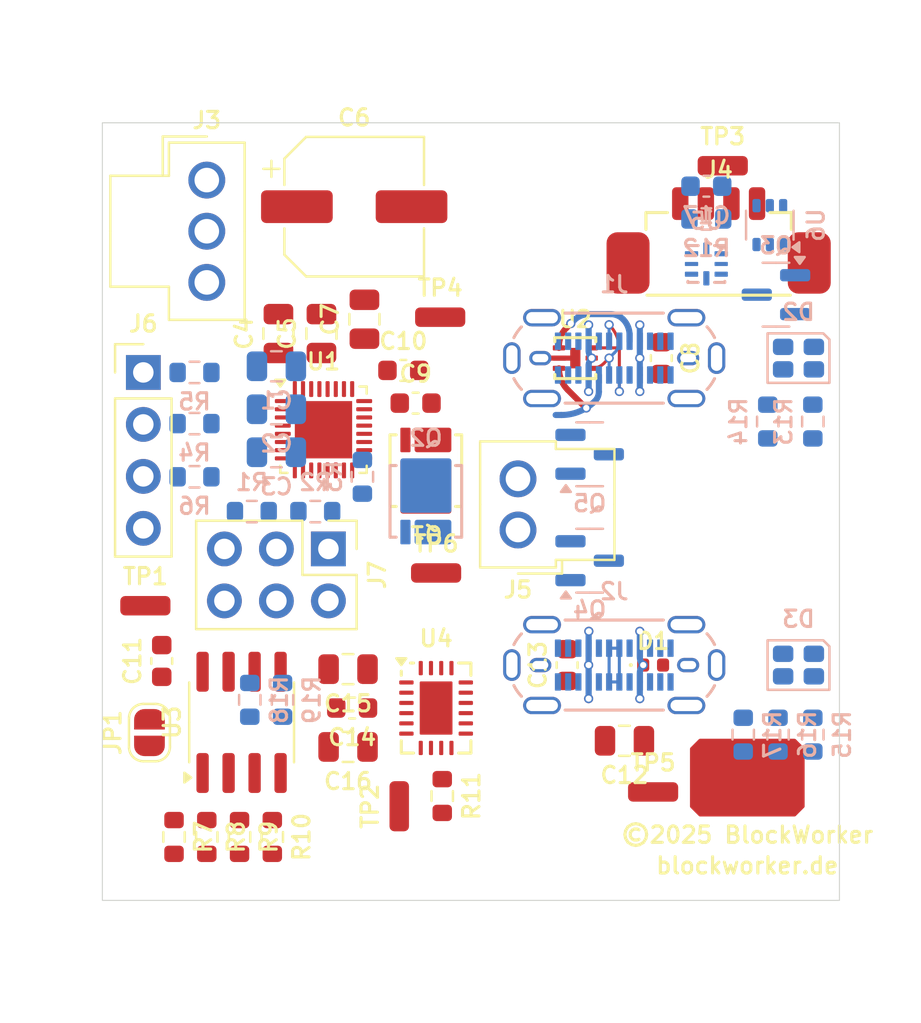
<source format=kicad_pcb>
(kicad_pcb (version 20241229) (generator "pcbnew") (generator_version "9.0")
  (layers (0 "F.Cu" signal) (4 "In1.Cu" signal) (6 "In2.Cu" signal) (8 "In3.Cu" signal) (10 "In4.Cu" signal) (2 "B.Cu" signal) (13 "F.Paste" user) (15 "B.Paste" user) (5 "F.SilkS" user "F.Silkscreen") (7 "B.SilkS" user "B.Silkscreen") (1 "F.Mask" user) (3 "B.Mask" user) (25 "Edge.Cuts" user))
  (net 0 "")
  (net 1 "GND")
  (net 2 "/+3.3V_EXT")
  (net 3 "+3.3V")
  (net 4 "Net-(U1-LDO_1V5)")
  (net 5 "+5V")
  (net 6 "Net-(Q1-S)")
  (net 7 "Net-(J1-CC1)")
  (net 8 "Net-(J1-CC2)")
  (net 9 "Net-(D1-A1)")
  (net 10 "Net-(D2-GK)")
  (net 12 "Net-(D2-RK)")
  (net 13 "Net-(D3-RK)")
  (net 14 "Net-(D3-GK)")
  (net 15 "Net-(D3-BK)")
  (net 17 "/PORT1_D+")
  (net 19 "/PORT1_D-")
  (net 20 "Net-(J2-D+-PadA6)")
  (net 21 "Net-(J2-CC1)")
  (net 22 "Net-(J2-CC2)")
  (net 23 "Net-(J4-Pin_3)")
  (net 24 "Net-(J4-Pin_2)")
  (net 25 "Net-(J4-Pin_1)")
  (net 26 "Net-(J5-Pin_1)")
  (net 27 "Net-(J6-Pin_2)")
  (net 28 "Net-(J6-Pin_1)")
  (net 29 "Net-(J6-Pin_3)")
  (net 30 "Net-(J7-Pin_3)")
  (net 31 "Net-(J7-Pin_4)")
  (net 32 "Net-(J7-Pin_1)")
  (net 33 "Net-(J7-Pin_2)")
  (net 34 "Net-(JP1-A)")
  (net 35 "Net-(Q1-D)")
  (net 36 "Net-(Q1-G)")
  (net 37 "Net-(Q2-G)")
  (net 38 "Net-(Q3-D)")
  (net 39 "/PORT1_UFP")
  (net 40 "Net-(Q4-D)")
  (net 41 "Net-(Q4-G)")
  (net 42 "Net-(Q5-D)")
  (net 43 "Net-(Q5-G)")
  (net 44 "Net-(U1-~{I2Cc_IRQ})")
  (net 45 "Net-(U3-E0)")
  (net 46 "Net-(U3-E1)")
  (net 47 "Net-(U3-E2)")
  (net 48 "Net-(U4-REF_RTN)")
  (net 49 "Net-(U4-REF)")
  (net 50 "Net-(U4-~{FAULT})")
  (net 51 "Net-(U4-~{UFP})")
  (net 52 "Net-(U4-~{LD_DET})")
  (net 53 "/PORT2_EN")
  (footprint "Connector_PinHeader_2.54mm:PinHeader_1x04_P2.54mm_Vertical" (layer "F.Cu") (at 132 93.2)
    (property "Reference" "J6")
    (property "Value" "I2Ct")
  )
  (footprint "BW_PassiveMechanical:MountingHole_3.5mm_M3_big" (layer "F.Cu") (at 159 100)
    (property "Reference" "REF**")
    (property "Value" "MountingHole_3.5mm_M3_big")
  )
  (footprint "Connector_Molex:Molex_Nano-Fit_105309-xx02_1x02_P2.50mm_Vertical" (layer "F.Cu") (at 150.3 100.9 180)
    (property "Reference" "J5")
    (property "Value" "SINK")
  )
  (footprint "Resistor_SMD:R_0603_1608Metric" (layer "F.Cu") (at 135.1 115.9 -90)
    (property "Reference" "R8")
    (property "Value" "10kΩ")
  )
  (footprint "Connector_PinHeader_2.54mm:PinHeader_2x03_P2.54mm_Vertical" (layer "F.Cu") (at 141.04 101.825 -90)
    (property "Reference" "J7")
    (property "Value" "I2Cc")
  )
  (footprint "BW_Active:Vishay_LLP75-6L" (layer "F.Cu") (at 153.1 92.5)
    (property "Reference" "U2")
    (property "Value" "VBUS54CV-HSF")
  )
  (footprint "BW_Active:Infineon_PG-TSDSON-8-40" (layer "F.Cu") (at 145.8 98 180)
    (property "Reference" "Q1")
    (property "Value" "ISZ0702NLS")
  )
  (footprint "Resistor_SMD:R_0603_1608Metric" (layer "F.Cu") (at 133.5 115.9 -90)
    (property "Reference" "R7")
    (property "Value" "100kΩ")
  )
  (footprint "Capacitor_SMD:C_0805_2012Metric" (layer "F.Cu") (at 155.5 111.2 180)
    (property "Reference" "C12")
    (property "Value" "4.7μF 25Vl")
  )
  (footprint "BW_PassiveMechanical:TP_0603_1608Metric_Fused" (layer "F.Cu") (at 146.5 90.5)
    (property "Reference" "TP4")
    (property "Value" "PORT1_VBUS")
  )
  (footprint "Resistor_SMD:R_0603_1608Metric" (layer "F.Cu") (at 146.6 113.9 -90)
    (property "Reference" "R11")
    (property "Value" "100kΩ")
  )
  (footprint "Capacitor_SMD:C_0805_2012Metric" (layer "F.Cu") (at 142 111.5 180)
    (property "Reference" "C16")
    (property "Value" "10μF 50Vs")
  )
  (footprint "Capacitor_SMD:C_0603_1608Metric" (layer "F.Cu") (at 157.3 92.5 -90)
    (property "Reference" "C8")
    (property "Value" "10nF")
  )
  (footprint "Capacitor_SMD:C_0603_1608Metric" (layer "F.Cu") (at 144.7 93.1)
    (property "Reference" "C10")
    (property "Value" "330pF")
  )
  (footprint "Capacitor_SMD:CP_Elec_6.3x5.9" (layer "F.Cu") (at 142.3 85.1)
    (property "Reference" "C6")
    (property "Value" "330μF 6.3V")
  )
  (footprint "Capacitor_SMD:C_0603_1608Metric" (layer "F.Cu") (at 142.2 109.6 180)
    (property "Reference" "C14")
    (property "Value" "0.1μF")
  )
  (footprint "BW_PassiveMechanical:MountingHole_3.5mm_M3_big" (layer "F.Cu") (at 151 115)
    (property "Reference" "REF**")
    (property "Value" "MountingHole_3.5mm_M3_big")
  )
  (footprint "Package_DFN_QFN:VQFN-32-1EP_4x4mm_P0.4mm_EP2.8x2.8mm" (layer "F.Cu") (at 140.8 96)
    (property "Reference" "U1")
    (property "Value" "TPS25751S")
  )
  (footprint "Resistor_SMD:R_0603_1608Metric" (layer "F.Cu") (at 138.3 115.9 -90)
    (property "Reference" "R10")
    (property "Value" "10kΩ")
  )
  (footprint "Capacitor_SMD:C_0805_2012Metric" (layer "F.Cu") (at 140.7 91.3 90)
    (property "Reference" "C5")
    (property "Value" "10μF 50Vs")
  )
  (footprint "BW_PassiveMechanical:TP_0603_1608Metric_Fused" (layer "F.Cu") (at 146.3 103)
    (property "Reference" "TP6")
    (property "Value" "VSYS")
  )
  (footprint "Package_SO:SOIC-8_3.9x4.9mm_P1.27mm" (layer "F.Cu") (at 136.8 110.3 90)
    (property "Reference" "U3")
    (property "Value" "M24512E-FMN")
  )
  (footprint "BW_Active:Texas_RVC0020A_WQFN-20-1EP_3x4mm_P0.5mm_EP2.6x1.6mm" (layer "F.Cu") (at 146.3 109.6)
    (property "Reference" "U4")
    (property "Value" "TPS25810")
  )
  (footprint "Capacitor_SMD:C_0805_2012Metric" (layer "F.Cu") (at 142 107.7 180)
    (property "Reference" "C15")
    (property "Value" "10μF 50Vs")
  )
  (footprint "Capacitor_SMD:C_0603_1608Metric" (layer "F.Cu") (at 152.7 107.5 90)
    (property "Reference" "C13")
    (property "Value" "10nF")
  )
  (footprint "Capacitor_SMD:C_0805_2012Metric" (layer "F.Cu") (at 138.6 91.3 90)
    (property "Reference" "C4")
    (property "Value" "10μF 50Vs")
  )
  (footprint "BW_Logo:BW_Logo_5x3.2mm" (layer "F.Cu") (at 161.5 113)
    (property "Reference" "REF**" (hide yes))
    (property "Value" "BW_Logo_5x3.2mm" (hide yes))
  )
  (footprint "Connector_Molex:Molex_Nano-Fit_105309-xx03_1x03_P2.50mm_Vertical" (layer "F.Cu") (at 135.1 83.8)
    (property "Reference" "J3")
    (property "Value" "PWR")
  )
  (footprint "Diode_SMD:D_0402_1005Metric" (layer "F.Cu") (at 156.9 107.5)
    (property "Reference" "D1")
    (property "Value" "VBUS051CD-HD1")
  )
  (footprint "BW_PassiveMechanical:TP_0603_1608Metric_Fused" (layer "F.Cu") (at 144.5 114.4 90)
    (property "Reference" "TP2")
    (property "Value" "PORT2_EN")
  )
  (footprint "BW_PassiveMechanical:TP_0603_1608Metric_Fused" (layer "F.Cu") (at 132.1 104.6)
    (property "Reference" "TP1")
    (property "Value" "3.3V")
  )
  (footprint "Capacitor_SMD:C_0603_1608Metric" (layer "F.Cu") (at 145.3 94.7)
    (property "Reference" "C9")
    (property "Value" "330pF")
  )
  (footprint "Capacitor_SMD:C_0603_1608Metric" (layer "F.Cu") (at 132.9 107.3 90)
    (property "Reference" "C11")
    (property "Value" "0.1μF")
  )
  (footprint "BW_PassiveMechanical:TP_0603_1608Metric_Fused" (layer "F.Cu") (at 156.9 113.7)
    (property "Reference" "TP5")
    (property "Value" "PORT2_VBUS")
  )
  (footprint "BW_PassiveMechanical:TP_0603_1608Metric_Fused" (layer "F.Cu") (at 160.3 83.1)
    (property "Reference" "TP3")
    (property "Value" "PORT1_UFP")
  )
  (footprint "Jumper:SolderJumper-2_P1.3mm_Open_RoundedPad1.0x1.5mm" (layer "F.Cu") (at 132.3 110.8 90)
    (property "Reference" "JP1")
    (property "Value" "WP")
  )
  (footprint "Capacitor_SMD:C_0805_2012Metric" (layer "F.Cu") (at 142.8 90.6 90)
    (property "Reference" "C7")
    (property "Value" "4.7μF 25Vl")
  )
  (footprint "BW_PassiveMechanical:MountingHole_3.5mm_M3_big" (layer "F.Cu") (at 151 85)
    (property "Reference" "REF**")
    (property "Value" "MountingHole_3.5mm_M3_big")
  )
  (footprint "Resistor_SMD:R_0603_1608Metric" (layer "F.Cu") (at 136.7 115.9 -90)
    (property "Reference" "R9")
    (property "Value" "10kΩ")
  )
  (footprint "BW_Connectors:Amphenol_MINITEK_WTB_1.25_4P" (layer "F.Cu") (at 160.1 87.4)
    (property "Reference" "J4")
    (property "Value" "USB_UFP")
  )
  (footprint "Resistor_SMD:R_0603_1608Metric" (layer "B.Cu") (at 159.5 85.7)
    (property "Reference" "R12")
    (property "Value" "10kΩ")
  )
  (footprint "Capacitor_SMD:C_0805_2012Metric" (layer "B.Cu") (at 138.5 92.9)
    (property "Reference" "C1")
    (property "Value" "10μF 25V")
  )
  (footprint "Resistor_SMD:R_0603_1608Metric" (layer "B.Cu") (at 164.7 95.6 -90)
    (property "Reference" "R13")
    (property "Value" "470Ω")
  )
  (footprint "BW_Connectors:USB_C_Receptacle_Amphenol_12402082E512A" (layer "B.Cu") (at 155 107.5 180)
    (property "Reference" "J2")
    (property "Value" "PORT2")
  )
  (footprint "Resistor_SMD:R_0603_1608Metric" (layer "B.Cu") (at 163 110.9 90)
    (property "Reference" "R16")
    (property "Value" "470Ω")
  )
  (footprint "Package_TO_SOT_SMD:SOT-23" (layer "B.Cu") (at 153.8 97.2)
    (property "Reference" "Q5")
    (property "Value" "NX138BK")
  )
  (footprint "Resistor_SMD:R_0603_1608Metric" (layer "B.Cu") (at 140.4 100 180)
    (property "Reference" "R2")
    (property "Value" "4.7kΩ")
  )
  (footprint "Resistor_SMD:R_0603_1608Metric" (layer "B.Cu") (at 134.5 98.3)
    (property "Reference" "R6")
    (property "Value" "10kΩ")
  )
  (footprint "Package_TO_SOT_SMD:SOT-23" (layer "B.Cu") (at 153.8 102.4)
    (property "Reference" "Q4")
    (property "Value" "NX138BK")
  )
  (footprint "BW_Active:Texas_RSE0008A_UQFN-8_1.5x1.5mm_P0.5mm" (layer "B.Cu") (at 159.5 87.9 180)
    (property "Reference" "U5")
    (property "Value" "TS3USB31")
  )
  (footprint "Capacitor_SMD:C_0805_2012Metric" (layer "B.Cu") (at 138.5 95)
    (property "Reference" "C2")
    (property "Value" "10μF 25V")
  )
  (footprint "Package_TO_SOT_SMD:SOT-363_SC-70-6" (layer "B.Cu") (at 162.6 86 90)
    (property "Reference" "U6")
    (property "Value" "74LVC1T45DW")
  )
  (footprint "BW_Active:Infineon_PG-TSDSON-8-40" (layer "B.Cu") (at 145.8 99.5 180)
    (property "Reference" "Q2")
    (property "Value" "ISZ0702NLS")
  )
  (footprint "Resistor_SMD:R_0603_1608Metric" (layer "B.Cu") (at 162.5 95.6 -90)
    (property "Reference" "R14")
    (property "Value" "470Ω")
  )
  (footprint "Resistor_SMD:R_0603_1608Metric" (layer "B.Cu") (at 164.7 110.9 90)
    (property "Reference" "R15")
    (property "Value" "470Ω")
  )
  (footprint "Capacitor_SMD:C_0805_2012Metric" (layer "B.Cu") (at 138.5 97.1)
    (property "Reference" "C3")
    (property "Value" "10μF 25V")
  )
  (footprint "Resistor_SMD:R_0603_1608Metric" (layer "B.Cu") (at 138.8 109.2 90)
    (property "Reference" "R19")
    (property "Value" "4.7kΩ")
  )
  (footprint "Resistor_SMD:R_0603_1608Metric" (layer "B.Cu") (at 142.7 98.3 -90)
    (property "Reference" "R3")
    (property "Value" "10kΩ")
  )
  (footprint "Resistor_SMD:R_0603_1608Metric" (layer "B.Cu") (at 134.5 95.7)
    (property "Reference" "R4")
    (property "Value" "2.2kΩ")
  )
  (footprint "Resistor_SMD:R_0603_1608Metric" (layer "B.Cu") (at 137.3 100 180)
    (property "Reference" "R1")
    (property "Value" "4.7kΩ")
  )
  (footprint "Resistor_SMD:R_0603_1608Metric" (layer "B.Cu") (at 137.2 109.2 90)
    (property "Reference" "R18")
    (property "Value" "4.7kΩ")
  )
  (footprint "Package_TO_SOT_SMD:SOT-23" (layer "B.Cu") (at 162.9 89.4 180)
    (property "Reference" "Q3")
    (property "Value" "NX138BK")
  )
  (footprint "Capacitor_SMD:C_0603_1608Metric" (layer "B.Cu") (at 159.5 84.1)
    (property "Reference" "C17")
    (property "Value" "0.1μF")
  )
  (footprint "Resistor_SMD:R_0603_1608Metric" (layer "B.Cu") (at 161.3 110.9 90)
    (property "Reference" "R17")
    (property "Value" "220Ω?")
  )
  (footprint "LED_SMD:LED_Cree-PLCC4_2x2mm_CW" (layer "B.Cu") (at 164 107.5 180)
    (property "Reference" "D3")
    (property "Value" "CLMVC-FKC")
  )
  (footprint "LED_SMD:LED_Cree-PLCC4_2x2mm_CW" (layer "B.Cu") (at 164 92.5 180)
    (property "Reference" "D2")
    (property "Value" "CLMVC-FKC")
  )
  (footprint "Resistor_SMD:R_0603_1608Metric" (layer "B.Cu") (at 134.5 93.2)
    (property "Reference" "R5")
    (property "Value" "2.2kΩ")
  )
  (footprint "BW_Connectors:USB_C_Receptacle_Amphenol_12402082E512A" (layer "B.Cu") (at 155 92.5 180)
    (property "Reference" "J1")
    (property "Value" "PORT1")
  )
  (gr_rect (start 130 81) (end 166 119) (stroke (width 0.05)) (fill no) (layer "Edge.Cuts"))
  (segment (start 152.6 92.5) (end 151.39 92.5) (width 0.25) (layer "F.Cu") (net 1))
  (via (at 153.75 94.13) (size 0.45) (drill 0.3) (layers "F.Cu" "B.Cu") (net 6))
  (via (at 156.25 94.13) (size 0.45) (drill 0.3) (layers "F.Cu" "B.Cu") (net 6))
  (via (at 156.25 92.5) (size 0.45) (drill 0.3) (layers "F.Cu" "B.Cu") (net 6))
  (via (at 156.25 90.88) (size 0.45) (drill 0.3) (layers "F.Cu" "B.Cu") (net 6))
  (via (at 153.9 92.5) (size 0.45) (drill 0.3) (layers "F.Cu" "B.Cu") (net 6))
  (via (at 153.75 90.88) (size 0.45) (drill 0.3) (layers "F.Cu" "B.Cu") (net 6))
  (segment (start 153.75 91.675) (end 153.75 90.88) (width 0.3) (layer "B.Cu") (net 6))
  (segment (start 156.25 91.675) (end 156.25 92.5) (width 0.3) (layer "B.Cu") (net 6))
  (segment (start 156.25 93.325) (end 156.25 94.13) (width 0.3) (layer "B.Cu") (net 6))
  (segment (start 156.25 93.325) (end 156.25 92.5) (width 0.3) (layer "B.Cu") (net 6))
  (segment (start 153.75 91.675) (end 153.75 92.137868) (width 0.3) (layer "B.Cu") (net 6))
  (segment (start 153.75 93.325) (end 153.75 92.862132) (width 0.3) (layer "B.Cu") (net 6))
  (segment (start 156.25 91.675) (end 156.25 90.88) (width 0.3) (layer "B.Cu") (net 6))
  (segment (start 153.75 93.325) (end 153.75 94.13) (width 0.3) (layer "B.Cu") (net 6))
  (arc (start 153.75 92.137868) (mid 153.788984 92.333852) (end 153.9 92.5) (width 0.3) (layer "B.Cu") (net 6))
  (arc (start 153.75 92.862132) (mid 153.788984 92.666148) (end 153.9 92.5) (width 0.3) (layer "B.Cu") (net 6))
  (segment (start 152.3 91.904975) (end 152.3 92) (width 0.3) (layer "F.Cu") (net 7))
  (segment (start 152.88 90.81) (end 152.664142 91.025858) (width 0.3) (layer "F.Cu") (net 7))
  (via (at 152.88 90.81) (size 0.45) (drill 0.3) (layers "F.Cu" "B.Cu") (net 7))
  (arc (start 152.664142 91.025858) (mid 152.394638 91.4292) (end 152.3 91.904975) (width 0.3) (layer "F.Cu") (net 7))
  (segment (start 155.75 91.675) (end 155.75 91.372548) (width 0.3) (layer "B.Cu") (net 7))
  (segment (start 153.77 90.35) (end 154.826447 90.35) (width 0.3) (layer "B.Cu") (net 7))
  (segment (start 152.88 90.81) (end 153.035944 90.654056) (width 0.3) (layer "B.Cu") (net 7))
  (arc (start 155.75 91.372548) (mid 155.666835 90.954448) (end 155.43 90.6) (width 0.3) (layer "B.Cu") (net 7))
  (arc (start 154.826447 90.35) (mid 155.153087 90.414973) (end 155.43 90.6) (width 0.3) (layer "B.Cu") (net 7))
  (arc (start 153.035944 90.654056) (mid 153.372731 90.429022) (end 153.77 90.35) (width 0.3) (layer "B.Cu") (net 7))
  (segment (start 152.738406 94.058406) (end 153.601273 94.921273) (width 0.3) (layer "F.Cu") (net 8))
  (via (at 153.635415 94.935415) (size 0.45) (drill 0.3) (layers "F.Cu" "B.Cu") (net 8))
  (arc (start 152.3 93) (mid 152.413938 93.572805) (end 152.738406 94.058406) (width 0.3) (layer "F.Cu") (net 8))
  (arc (start 153.601273 94.921273) (mid 153.616938 94.931739) (end 153.635415 94.935415) (width 0.3) (layer "F.Cu") (net 8))
  (segment (start 152.418335 95.28) (end 152.14 95.28) (width 0.3) (layer "B.Cu") (net 8))
  (segment (start 154.25 93.325) (end 154.25 94.141299) (width 0.3) (layer "B.Cu") (net 8))
  (arc (start 154.25 94.141299) (mid 154.200621 94.389547) (end 154.06 94.6) (width 0.3) (layer "B.Cu") (net 8))
  (arc (start 154.06 94.6) (mid 153.306798 95.103274) (end 152.418335 95.28) (width 0.3) (layer "B.Cu") (net 8))
  (via (at 153.75 109.14) (size 0.45) (drill 0.3) (layers "F.Cu" "B.Cu") (net 9))
  (via (at 153.76 105.85) (size 0.45) (drill 0.3) (layers "F.Cu" "B.Cu") (net 9))
  (via (at 156.25 109.14) (size 0.45) (drill 0.3) (layers "F.Cu" "B.Cu") (net 9))
  (via (at 156.25 105.85) (size 0.45) (drill 0.3) (layers "F.Cu" "B.Cu") (net 9))
  (via (at 156.415 107.5) (size 0.45) (drill 0.3) (layers "F.Cu" "B.Cu") (net 9))
  (via (at 153.75 107.5) (size 0.45) (drill 0.3) (layers "F.Cu" "B.Cu") (net 9))
  (segment (start 153.75 106.42) (end 153.75 105.874142) (width 0.3) (layer "B.Cu") (net 9))
  (segment (start 153.75 106.675) (end 153.75 106.42) (width 0.3) (layer "B.Cu") (net 9))
  (segment (start 153.75 108.325) (end 153.75 109.14) (width 0.3) (layer "B.Cu") (net 9))
  (segment (start 156.25 106.675) (end 156.25 105.85) (width 0.3) (layer "B.Cu") (net 9))
  (segment (start 153.75 106.675) (end 153.75 107.5) (width 0.3) (layer "B.Cu") (net 9))
  (segment (start 156.25 106.675) (end 156.25 107.101655) (width 0.3) (layer "B.Cu") (net 9))
  (segment (start 153.75 108.325) (end 153.75 107.5) (width 0.3) (layer "B.Cu") (net 9))
  (segment (start 156.25 108.325) (end 156.25 107.898345) (width 0.3) (layer "B.Cu") (net 9))
  (segment (start 156.25 108.325) (end 156.25 109.14) (width 0.3) (layer "B.Cu") (net 9))
  (arc (start 156.25 107.101655) (mid 156.292882 107.317237) (end 156.415 107.5) (width 0.3) (layer "B.Cu") (net 9))
  (arc (start 153.75 105.874142) (mid 153.752599 105.861077) (end 153.76 105.85) (width 0.3) (layer "B.Cu") (net 9))
  (arc (start 156.25 107.898345) (mid 156.292882 107.682763) (end 156.415 107.5) (width 0.3) (layer "B.Cu") (net 9))
  (segment (start 154.497488 92.752513) (end 154.75 92.5) (width 0.15) (layer "F.Cu") (net 17))
  (via (at 154.75 92.5) (size 0.45) (drill 0.3) (layers "F.Cu" "B.Cu") (net 17))
  (arc (start 153.9 93) (mid 154.223358 92.93568) (end 154.497488 92.752513) (width 0.15) (layer "F.Cu") (net 17))
  (segment (start 155.02019 92.229809) (end 154.75 92.5) (width 0.15) (layer "B.Cu") (net 17))
  (segment (start 154.75 92.5) (end 154.75 93.325) (width 0.15) (layer "B.Cu") (net 17))
  (arc (start 155.25 91.675) (mid 155.190274 91.975261) (end 155.02019 92.229809) (width 0.15) (layer "B.Cu") (net 17))
  (segment (start 155.25 92.077107) (end 155.25 94.13) (width 0.15) (layer "F.Cu") (net 19))
  (segment (start 153.9 92) (end 155.248255 92) (width 0.15) (layer "F.Cu") (net 19))
  (via (at 155.25 94.13) (size 0.45) (drill 0.3) (layers "F.Cu" "B.Cu") (net 19))
  (via (at 154.75 90.87) (size 0.45) (drill 0.3) (layers "F.Cu" "B.Cu") (net 19))
  (arc (start 154.75 90.87) (mid 155.120054 91.423826) (end 155.25 92.077107) (width 0.15) (layer "F.Cu") (net 19))
  (segment (start 155.25 93.325) (end 155.25 94.13) (width 0.15) (layer "B.Cu") (net 19))
  (segment (start 154.75 91.675) (end 154.75 90.87) (width 0.15) (layer "B.Cu") (net 19))
  (segment (start 154.75 108.325) (end 155.25 108.325) (width 0.15) (layer "B.Cu") (net 20))
  (segment (start 154.75 106.675) (end 154.75 108.325) (width 0.15) (layer "B.Cu") (net 20))
  (segment (start 155.25 108.325) (end 155.25 106.675) (width 0.15) (layer "B.Cu") (net 20))
  (segment (start 154.75 106.675) (end 155.25 106.675) (width 0.15) (layer "B.Cu") (net 20))
)
</source>
